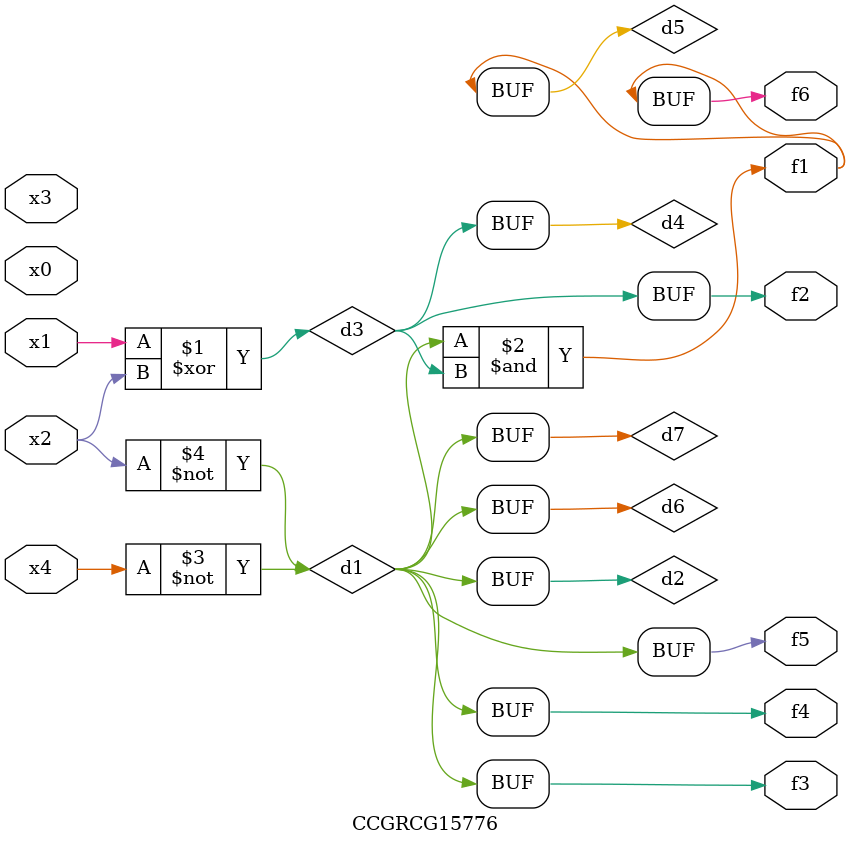
<source format=v>
module CCGRCG15776(
	input x0, x1, x2, x3, x4,
	output f1, f2, f3, f4, f5, f6
);

	wire d1, d2, d3, d4, d5, d6, d7;

	not (d1, x4);
	not (d2, x2);
	xor (d3, x1, x2);
	buf (d4, d3);
	and (d5, d1, d3);
	buf (d6, d1, d2);
	buf (d7, d2);
	assign f1 = d5;
	assign f2 = d4;
	assign f3 = d7;
	assign f4 = d7;
	assign f5 = d7;
	assign f6 = d5;
endmodule

</source>
